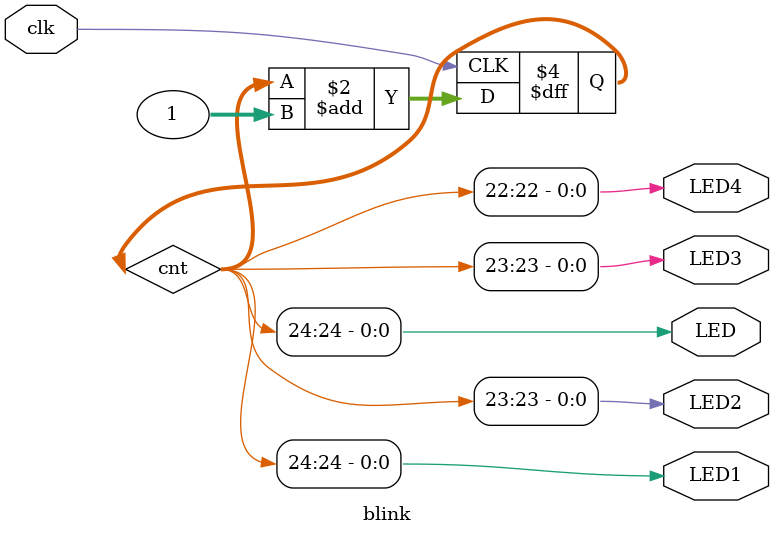
<source format=v>
	module blink (
	input wire clk, // 50MHz input clock
	output wire LED, // LED ouput
	output wire LED1,
	output wire LED2,
	output wire LED3,
	output wire LED4
	);

// create a binary counter
	reg [31:0] cnt; // 32-bit counter

initial begin

cnt <= 32'h00000000; // start at zero

end

always @(posedge clk) begin

cnt <= cnt + 1; // count up

end

//assign LED to 25th bit of the counter to blink the LED at a few Hz
assign LED = cnt[24];
assign LED1 = cnt[24];
assign LED2 = cnt[23];
assign LED3 = cnt[23];
assign LED4 = cnt[22];

endmodule

</source>
